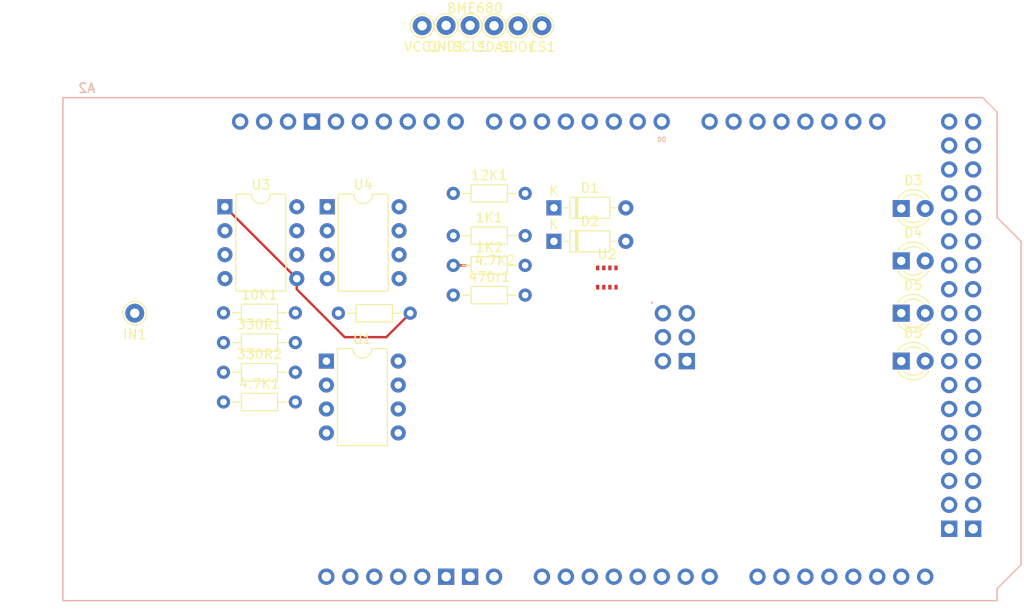
<source format=kicad_pcb>
(kicad_pcb (version 20221018) (generator pcbnew)
  (layers (0 "F.Cu" signal) (31 "B.Cu" signal) (34 "B.Paste" user) (35 "F.Paste" user) (36 "B.SilkS" user "B.Silkscreen") (37 "F.SilkS" user "F.Silkscreen") (38 "B.Mask" user) (39 "F.Mask" user) (44 "Edge.Cuts" user))
  (net 0 "")
  (net 1 "Net-(U1A--)")
  (net 2 "Net-(12K1-Pad2)")
  (net 3 "Net-(1K2-Pad2)")
  (net 4 "Net-(470r1-Pad2)")
  (net 5 "Net-(U1C-V+)")
  (net 9 "Net-(U4A--)")
  (net 76 "GND")
  (net 87 "Net-(D1-A)")
  (net 88 "Net-(D2-K)")
  (net 94 "Net-(D3-A)")
  (net 95 "Net-(D4-A)")
  (net 96 "Net-(D5-A)")
  (net 97 "Net-(U4B-+)")
  (net 98 "Net-(U3A--)")
  (net 99 "Net-(U3B-+)")
  (net 100 "Net-(DZ5-K)")
  (net 101 "Net-(U3B--)")
  (net 102 "Net-(DZ3-K)")
  (net 103 "Net-(DZ1-K)")
  (net 108 "VCC")
  (footprint "Resistor_THT:R_Axial_DIN0204_L3.6mm_D1.6mm_P7.62mm_Horizontal" (layer "F.Cu") (at 111.01095 78.7031)
    (fp_text reference "10K1" (at 3.81 -1.92) (layer "F.SilkS"))
    (fp_text value "R")
    (fp_line (start 0.94 0) (end 1.89 0) (stroke (width 0.12)) (layer "F.SilkS"))
    (fp_line (start 1.89 -0.92) (end 1.89 0.92) (stroke (width 0.12)) (layer "F.SilkS"))
    (fp_line (start 1.89 0.92) (end 5.73 0.92) (stroke (width 0.12)) (layer "F.SilkS"))
    (fp_line (start 5.73 -0.92) (end 1.89 -0.92) (stroke (width 0.12)) (layer "F.SilkS"))
    (fp_line (start 5.73 0.92) (end 5.73 -0.92) (stroke (width 0.12)) (layer "F.SilkS"))
    (fp_line (start 6.68 0) (end 5.73 0) (stroke (width 0.12)) (layer "F.SilkS"))
    (pad "1" thru_hole circle (at 0 0) (size 1.4 1.4) (drill 0.7) (layers "*.Cu" "*.Mask") (net 100 "Net-(DZ5-K)"))
    (pad "2" thru_hole oval (at 7.62 0) (size 1.4 1.4) (drill 0.7) (layers "*.Cu" "*.Mask") (net 76 "GND"))
  )
  (footprint "Package_DIP:DIP-8_W7.62mm" (layer "F.Cu") (at 122.01095 67.4531)
    (fp_text reference "U4" (at 3.81 -2.33) (layer "F.SilkS"))
    (fp_text value "TL082")
    (fp_line (start 1.16 -1.33) (end 1.16 8.95) (stroke (width 0.12)) (layer "F.SilkS"))
    (fp_line (start 1.16 8.95) (end 6.46 8.95) (stroke (width 0.12)) (layer "F.SilkS"))
    (fp_line (start 2.81 -1.33) (end 1.16 -1.33) (stroke (width 0.12)) (layer "F.SilkS"))
    (fp_line (start 6.46 -1.33) (end 4.81 -1.33) (stroke (width 0.12)) (layer "F.SilkS"))
    (fp_line (start 6.46 8.95) (end 6.46 -1.33) (stroke (width 0.12)) (layer "F.SilkS"))
    (fp_arc (start 4.81 -1.33) (mid 3.81 -0.33) (end 2.81 -1.33) (stroke (width 0.12)) (layer "F.SilkS"))
    (pad "1" thru_hole rect (at 0 0) (size 1.6 1.6) (drill 0.8) (layers "*.Cu" "*.Mask") (net 97 "Net-(U4B-+)"))
    (pad "2" thru_hole oval (at 0 2.54) (size 1.6 1.6) (drill 0.8) (layers "*.Cu" "*.Mask") (net 9 "Net-(U4A--)"))
    (pad "3" thru_hole oval (at 0 5.08) (size 1.6 1.6) (drill 0.8) (layers "*.Cu" "*.Mask") (net 100 "Net-(DZ5-K)"))
    (pad "4" thru_hole oval (at 0 7.62) (size 1.6 1.6) (drill 0.8) (layers "*.Cu" "*.Mask") (net 76 "GND"))
    (pad "5" thru_hole oval (at 7.62 7.62) (size 1.6 1.6) (drill 0.8) (layers "*.Cu" "*.Mask") (net 97 "Net-(U4B-+)"))
    (pad "6" thru_hole oval (at 7.62 5.08) (size 1.6 1.6) (drill 0.8) (layers "*.Cu" "*.Mask") (net 101 "Net-(U3B--)"))
    (pad "7" thru_hole oval (at 7.62 2.54) (size 1.6 1.6) (drill 0.8) (layers "*.Cu" "*.Mask") (net 101 "Net-(U3B--)"))
    (pad "8" thru_hole oval (at 7.62 0) (size 1.6 1.6) (drill 0.8) (layers "*.Cu" "*.Mask") (net 5 "Net-(U1C-V+)"))
  )
  (footprint "Resistor_THT:R_Axial_DIN0204_L3.6mm_D1.6mm_P7.62mm_Horizontal" (layer "F.Cu") (at 135.38 73.67)
    (fp_text reference "1K2" (at 3.81 -1.92) (layer "F.SilkS"))
    (fp_text value "R")
    (fp_line (start 0.94 0) (end 1.89 0) (stroke (width 0.12)) (layer "F.SilkS"))
    (fp_line (start 1.89 -0.92) (end 1.89 0.92) (stroke (width 0.12)) (layer "F.SilkS"))
    (fp_line (start 1.89 0.92) (end 5.73 0.92) (stroke (width 0.12)) (layer "F.SilkS"))
    (fp_line (start 5.73 -0.92) (end 1.89 -0.92) (stroke (width 0.12)) (layer "F.SilkS"))
    (fp_line (start 5.73 0.92) (end 5.73 -0.92) (stroke (width 0.12)) (layer "F.SilkS"))
    (fp_line (start 6.68 0) (end 5.73 0) (stroke (width 0.12)) (layer "F.SilkS"))
    (pad "1" thru_hole circle (at 0 0) (size 1.4 1.4) (drill 0.7) (layers "*.Cu" "*.Mask") (net 2 "Net-(12K1-Pad2)"))
    (pad "2" thru_hole oval (at 7.62 0) (size 1.4 1.4) (drill 0.7) (layers "*.Cu" "*.Mask") (net 3 "Net-(1K2-Pad2)"))
  )
  (footprint "Package_DIP:DIP-8_W7.62mm" (layer "F.Cu") (at 121.92 83.82)
    (fp_text reference "U1" (at 3.81 -2.33) (layer "F.SilkS"))
    (fp_text value "MCP6002-xMC")
    (fp_line (start 1.16 -1.33) (end 1.16 8.95) (stroke (width 0.12)) (layer "F.SilkS"))
    (fp_line (start 1.16 8.95) (end 6.46 8.95) (stroke (width 0.12)) (layer "F.SilkS"))
    (fp_line (start 2.81 -1.33) (end 1.16 -1.33) (stroke (width 0.12)) (layer "F.SilkS"))
    (fp_line (start 6.46 -1.33) (end 4.81 -1.33) (stroke (width 0.12)) (layer "F.SilkS"))
    (fp_line (start 6.46 8.95) (end 6.46 -1.33) (stroke (width 0.12)) (layer "F.SilkS"))
    (fp_arc (start 4.81 -1.33) (mid 3.81 -0.33) (end 2.81 -1.33) (stroke (width 0.12)) (layer "F.SilkS"))
    (pad "1" thru_hole rect (at 0 0) (size 1.6 1.6) (drill 0.8) (layers "*.Cu" "*.Mask") (net 4 "Net-(470r1-Pad2)"))
    (pad "2" thru_hole oval (at 0 2.54) (size 1.6 1.6) (drill 0.8) (layers "*.Cu" "*.Mask") (net 1 "Net-(U1A--)"))
    (pad "3" thru_hole oval (at 0 5.08) (size 1.6 1.6) (drill 0.8) (layers "*.Cu" "*.Mask") (net 102 "Net-(DZ3-K)"))
    (pad "4" thru_hole oval (at 0 7.62) (size 1.6 1.6) (drill 0.8) (layers "*.Cu" "*.Mask") (net 76 "GND"))
    (pad "5" thru_hole oval (at 7.62 7.62) (size 1.6 1.6) (drill 0.8) (layers "*.Cu" "*.Mask"))
    (pad "6" thru_hole oval (at 7.62 5.08) (size 1.6 1.6) (drill 0.8) (layers "*.Cu" "*.Mask"))
    (pad "7" thru_hole oval (at 7.62 2.54) (size 1.6 1.6) (drill 0.8) (layers "*.Cu" "*.Mask"))
    (pad "8" thru_hole oval (at 7.62 0) (size 1.6 1.6) (drill 0.8) (layers "*.Cu" "*.Mask") (net 5 "Net-(U1C-V+)"))
  )
  (footprint "Connector_Pin:Pin_D1.0mm_L10.0mm" (layer "F.Cu") (at 142.24 48.26)
    (fp_text reference "SDO1" (at 0 2.25) (layer "F.SilkS"))
    (fp_text value "MountingHole_Pad" hide)
    (fp_circle (center 0 0) (end 1.25 0.05) (stroke (width 0.12)) (fill none) (layer "F.SilkS"))
    (pad "1" thru_hole circle (at 0 0) (size 2 2) (drill 1) (layers "*.Cu" "*.Mask"))
  )
  (footprint "Connector_Pin:Pin_D1.0mm_L10.0mm" (layer "F.Cu") (at 144.78 48.26)
    (fp_text reference "CS1" (at 0 2.25) (layer "F.SilkS"))
    (fp_text value "MountingHole_Pad" hide)
    (fp_circle (center 0 0) (end 1.25 0.05) (stroke (width 0.12)) (fill none) (layer "F.SilkS"))
    (pad "1" thru_hole circle (at 0 0) (size 2 2) (drill 1) (layers "*.Cu" "*.Mask"))
  )
  (footprint "Connector_Pin:Pin_D1.0mm_L10.0mm" (layer "F.Cu") (at 134.62 48.23)
    (fp_text reference "GND1" (at 0 2.25) (layer "F.SilkS"))
    (fp_text value "MountingHole_Pad" hide)
    (fp_circle (center 0 0) (end 1.25 0.05) (stroke (width 0.12)) (fill none) (layer "F.SilkS"))
    (pad "1" thru_hole circle (at 0 0) (size 2 2) (drill 1) (layers "*.Cu" "*.Mask") (net 76 "GND"))
  )
  (footprint "LED_THT:LED_D3.0mm_Clear" (layer "F.Cu") (at 182.88 67.64)
    (fp_text reference "D3" (at 1.27 -2.96) (layer "F.SilkS"))
    (fp_text value "LED")
    (fp_line (start -0.29 -1.236) (end -0.29 -1.08) (stroke (width 0.12)) (layer "F.SilkS"))
    (fp_line (start -0.29 1.08) (end -0.29 1.236) (stroke (width 0.12)) (layer "F.SilkS"))
    (fp_arc (start -0.29 -1.235516) (mid 1.366487 -1.987659) (end 2.942335 -1.078608) (stroke (width 0.12)) (layer "F.SilkS"))
    (fp_arc (start 0.229039 -1.08) (mid 1.270117 -1.5) (end 2.31113 -1.079837) (stroke (width 0.12)) (layer "F.SilkS"))
    (fp_arc (start 2.31113 1.079837) (mid 1.270117 1.5) (end 0.229039 1.08) (stroke (width 0.12)) (layer "F.SilkS"))
    (fp_arc (start 2.942335 1.078608) (mid 1.366487 1.987659) (end -0.29 1.235516) (stroke (width 0.12)) (layer "F.SilkS"))
    (pad "1" thru_hole rect (at 0 0) (size 1.8 1.8) (drill 0.9) (layers "*.Cu" "*.Mask") (net 76 "GND"))
    (pad "2" thru_hole circle (at 2.54 0) (size 1.8 1.8) (drill 0.9) (layers "*.Cu" "*.Mask") (net 94 "Net-(D3-A)"))
  )
  (footprint "Diode_THT:D_DO-35_SOD27_P7.62mm_Horizontal" (layer "F.Cu") (at 146.05 71.12)
    (fp_text reference "D2" (at 3.81 -2.12) (layer "F.SilkS"))
    (fp_text value "D_Zener")
    (fp_text user "K" (at 0 -1.8) (layer "F.SilkS"))
    (fp_line (start 1.04 0) (end 1.69 0) (stroke (width 0.12)) (layer "F.SilkS"))
    (fp_line (start 1.69 -1.12) (end 1.69 1.12) (stroke (width 0.12)) (layer "F.SilkS"))
    (fp_line (start 1.69 1.12) (end 5.93 1.12) (stroke (width 0.12)) (layer "F.SilkS"))
    (fp_line (start 2.29 -1.12) (end 2.29 1.12) (stroke (width 0.12)) (layer "F.SilkS"))
    (fp_line (start 2.41 -1.12) (end 2.41 1.12) (stroke (width 0.12)) (layer "F.SilkS"))
    (fp_line (start 2.53 -1.12) (end 2.53 1.12) (stroke (width 0.12)) (layer "F.SilkS"))
    (fp_line (start 5.93 -1.12) (end 1.69 -1.12) (stroke (width 0.12)) (layer "F.SilkS"))
    (fp_line (start 5.93 1.12) (end 5.93 -1.12) (stroke (width 0.12)) (layer "F.SilkS"))
    (fp_line (start 6.58 0) (end 5.93 0) (stroke (width 0.12)) (layer "F.SilkS"))
    (pad "1" thru_hole rect (at 0 0) (size 1.6 1.6) (drill 0.8) (layers "*.Cu" "*.Mask") (net 88 "Net-(D2-K)"))
    (pad "2" thru_hole oval (at 7.62 0) (size 1.6 1.6) (drill 0.8) (layers "*.Cu" "*.Mask") (net 87 "Net-(D1-A)"))
  )
  (footprint "Resistor_THT:R_Axial_DIN0204_L3.6mm_D1.6mm_P7.62mm_Horizontal" (layer "F.Cu") (at 135.38 70.52)
    (fp_text reference "1K1" (at 3.81 -1.92) (layer "F.SilkS"))
    (fp_text value "R")
    (fp_line (start 0.94 0) (end 1.89 0) (stroke (width 0.12)) (layer "F.SilkS"))
    (fp_line (start 1.89 -0.92) (end 1.89 0.92) (stroke (width 0.12)) (layer "F.SilkS"))
    (fp_line (start 1.89 0.92) (end 5.73 0.92) (stroke (width 0.12)) (layer "F.SilkS"))
    (fp_line (start 5.73 -0.92) (end 1.89 -0.92) (stroke (width 0.12)) (layer "F.SilkS"))
    (fp_line (start 5.73 0.92) (end 5.73 -0.92) (stroke (width 0.12)) (layer "F.SilkS"))
    (fp_line (start 6.68 0) (end 5.73 0) (stroke (width 0.12)) (layer "F.SilkS"))
    (pad "1" thru_hole circle (at 0 0) (size 1.4 1.4) (drill 0.7) (layers "*.Cu" "*.Mask") (net 1 "Net-(U1A--)"))
    (pad "2" thru_hole oval (at 7.62 0) (size 1.4 1.4) (drill 0.7) (layers "*.Cu" "*.Mask") (net 76 "GND"))
  )
  (footprint "Resistor_THT:R_Axial_DIN0204_L3.6mm_D1.6mm_P7.62mm_Horizontal" (layer "F.Cu") (at 111.01095 85.0031)
    (fp_text reference "330R2" (at 3.81 -1.92) (layer "F.SilkS"))
    (fp_text value "R")
    (fp_line (start 0.94 0) (end 1.89 0) (stroke (width 0.12)) (layer "F.SilkS"))
    (fp_line (start 1.89 -0.92) (end 1.89 0.92) (stroke (width 0.12)) (layer "F.SilkS"))
    (fp_line (start 1.89 0.92) (end 5.73 0.92) (stroke (width 0.12)) (layer "F.SilkS"))
    (fp_line (start 5.73 -0.92) (end 1.89 -0.92) (stroke (width 0.12)) (layer "F.SilkS"))
    (fp_line (start 5.73 0.92) (end 5.73 -0.92) (stroke (width 0.12)) (layer "F.SilkS"))
    (fp_line (start 6.68 0) (end 5.73 0) (stroke (width 0.12)) (layer "F.SilkS"))
    (pad "1" thru_hole circle (at 0 0) (size 1.4 1.4) (drill 0.7) (layers "*.Cu" "*.Mask") (net 98 "Net-(U3A--)"))
    (pad "2" thru_hole oval (at 7.62 0) (size 1.4 1.4) (drill 0.7) (layers "*.Cu" "*.Mask") (net 76 "GND"))
  )
  (footprint "LED_THT:LED_D3.0mm_Clear" (layer "F.Cu") (at 182.88 83.82)
    (fp_text reference "D5" (at 1.27 -2.96) (layer "F.SilkS"))
    (fp_text value "LED")
    (fp_line (start -0.29 -1.236) (end -0.29 -1.08) (stroke (width 0.12)) (layer "F.SilkS"))
    (fp_line (start -0.29 1.08) (end -0.29 1.236) (stroke (width 0.12)) (layer "F.SilkS"))
    (fp_arc (start -0.29 -1.235516) (mid 1.366487 -1.987659) (end 2.942335 -1.078608) (stroke (width 0.12)) (layer "F.SilkS"))
    (fp_arc (start 0.229039 -1.08) (mid 1.270117 -1.5) (end 2.31113 -1.079837) (stroke (width 0.12)) (layer "F.SilkS"))
    (fp_arc (start 2.31113 1.079837) (mid 1.270117 1.5) (end 0.229039 1.08) (stroke (width 0.12)) (layer "F.SilkS"))
    (fp_arc (start 2.942335 1.078608) (mid 1.366487 1.987659) (end -0.29 1.235516) (stroke (width 0.12)) (layer "F.SilkS"))
    (pad "1" thru_hole rect (at 0 0) (size 1.8 1.8) (drill 0.9) (layers "*.Cu" "*.Mask") (net 76 "GND"))
    (pad "2" thru_hole circle (at 2.54 0) (size 1.8 1.8) (drill 0.9) (layers "*.Cu" "*.Mask") (net 96 "Net-(D5-A)"))
  )
  (footprint "Diode_THT:D_DO-35_SOD27_P7.62mm_Horizontal" (layer "F.Cu") (at 146.05 67.57)
    (fp_text reference "D1" (at 3.81 -2.12) (layer "F.SilkS"))
    (fp_text value "D_Zener")
    (fp_text user "K" (at 0 -1.8) (layer "F.SilkS"))
    (fp_line (start 1.04 0) (end 1.69 0) (stroke (width 0.12)) (layer "F.SilkS"))
    (fp_line (start 1.69 -1.12) (end 1.69 1.12) (stroke (width 0.12)) (layer "F.SilkS"))
    (fp_line (start 1.69 1.12) (end 5.93 1.12) (stroke (width 0.12)) (layer "F.SilkS"))
    (fp_line (start 2.29 -1.12) (end 2.29 1.12) (stroke (width 0.12)) (layer "F.SilkS"))
    (fp_line (start 2.41 -1.12) (end 2.41 1.12) (stroke (width 0.12)) (layer "F.SilkS"))
    (fp_line (start 2.53 -1.12) (end 2.53 1.12) (stroke (width 0.12)) (layer "F.SilkS"))
    (fp_line (start 5.93 -1.12) (end 1.69 -1.12) (stroke (width 0.12)) (layer "F.SilkS"))
    (fp_line (start 5.93 1.12) (end 5.93 -1.12) (stroke (width 0.12)) (layer "F.SilkS"))
    (fp_line (start 6.58 0) (end 5.93 0) (stroke (width 0.12)) (layer "F.SilkS"))
    (pad "1" thru_hole rect (at 0 0) (size 1.6 1.6) (drill 0.8) (layers "*.Cu" "*.Mask") (net 76 "GND"))
    (pad "2" thru_hole oval (at 7.62 0) (size 1.6 1.6) (drill 0.8) (layers "*.Cu" "*.Mask") (net 87 "Net-(D1-A)"))
  )
  (footprint "Package_LGA:Bosch_LGA-8_2.5x2.5mm_P0.65mm_ClockwisePinNumbering" (layer "F.Cu") (at 151.66 74.96)
    (fp_text reference "U2" (at 0.015 -2.465) (layer "F.SilkS"))
    (fp_text value "BME280")
    (fp_line (start -1.35 -1.2) (end -1.35 -1.45) (stroke (width 0.1)) (layer "F.SilkS"))
    (fp_line (start -1.35 1.35) (end -1.35 1.2) (stroke (width 0.1)) (layer "F.SilkS"))
    (fp_line (start -1.35 1.36) (end -1.2 1.36) (stroke (width 0.1)) (layer "F.SilkS"))
    (fp_line (start 1.2 -1.35) (end 1.35 -1.35) (stroke (width 0.1)) (layer "F.SilkS"))
    (fp_line (start 1.35 -1.35) (end 1.35 -1.2) (stroke (width 0.1)) (layer "F.SilkS"))
    (fp_line (start 1.35 1.35) (end 1.2 1.35) (stroke (width 0.1)) (layer "F.SilkS"))
    (fp_line (start 1.35 1.35) (end 1.35 1.2) (stroke (width 0.1)) (layer "F.SilkS"))
    (pad "1" smd rect (at -0.975 -1.025 90) (size 0.5 0.35) (layers "F.Cu" "F.Paste" "F.Mask") (net 76 "GND"))
    (pad "2" smd rect (at -0.325 -1.025 90) (size 0.5 0.35) (layers "F.Cu" "F.Paste" "F.Mask"))
    (pad "3" smd rect (at 0.325 -1.025 90) (size 0.5 0.35) (layers "F.Cu" "F.Paste" "F.Mask"))
    (pad "4" smd rect (at 0.975 -1.025 90) (size 0.5 0.35) (layers "F.Cu" "F.Paste" "F.Mask"))
    (pad "5" smd rect (at 0.975 1.025 90) (size 0.5 0.35) (layers "F.Cu" "F.Paste" "F.Mask"))
    (pad "6" smd rect (at 0.325 1.025 90) (size 0.5 0.35) (layers "F.Cu" "F.Paste" "F.Mask"))
    (pad "7" smd rect (at -0.325 1.025 90) (size 0.5 0.35) (layers "F.Cu" "F.Paste" "F.Mask") (net 76 "GND"))
    (pad "8" smd rect (at -0.975 1.025 90) (size 0.5 0.35) (layers "F.Cu" "F.Paste" "F.Mask") (net 5 "Net-(U1C-V+)"))
  )
  (footprint "LED_THT:LED_D3.0mm_Clear" (layer "F.Cu") (at 182.88 78.74)
    (fp_text reference "D5" (at 1.27 -2.96) (layer "F.SilkS"))
    (fp_text value "LED")
    (fp_line (start -0.29 -1.236) (end -0.29 -1.08) (stroke (width 0.12)) (layer "F.SilkS"))
    (fp_line (start -0.29 1.08) (end -0.29 1.236) (stroke (width 0.12)) (layer "F.SilkS"))
    (fp_arc (start -0.29 -1.235516) (mid 1.366487 -1.987659) (end 2.942335 -1.078608) (stroke (width 0.12)) (layer "F.SilkS"))
    (fp_arc (start 0.229039 -1.08) (mid 1.270117 -1.5) (end 2.31113 -1.079837) (stroke (width 0.12)) (layer "F.SilkS"))
    (fp_arc (start 2.31113 1.079837) (mid 1.270117 1.5) (end 0.229039 1.08) (stroke (width 0.12)) (layer "F.SilkS"))
    (fp_arc (start 2.942335 1.078608) (mid 1.366487 1.987659) (end -0.29 1.235516) (stroke (width 0.12)) (layer "F.SilkS"))
    (pad "1" thru_hole rect (at 0 0) (size 1.8 1.8) (drill 0.9) (layers "*.Cu" "*.Mask") (net 76 "GND"))
    (pad "2" thru_hole circle (at 2.54 0) (size 1.8 1.8) (drill 0.9) (layers "*.Cu" "*.Mask") (net 96 "Net-(D5-A)"))
  )
  (footprint "Resistor_THT:R_Axial_DIN0204_L3.6mm_D1.6mm_P7.62mm_Horizontal" (layer "F.Cu") (at 123.19 78.74)
    (fp_text reference "4.7K2" (at 16.60095 -5.5869) (layer "F.SilkS"))
    (fp_text value "R")
    (fp_line (start 0.94 0) (end 1.89 0) (stroke (width 0.12)) (layer "F.SilkS"))
    (fp_line (start 1.89 -0.92) (end 1.89 0.92) (stroke (width 0.12)) (layer "F.SilkS"))
    (fp_line (start 1.89 0.92) (end 5.73 0.92) (stroke (width 0.12)) (layer "F.SilkS"))
    (fp_line (start 5.73 -0.92) (end 1.89 -0.92) (stroke (width 0.12)) (layer "F.SilkS"))
    (fp_line (start 5.73 0.92) (end 5.73 -0.92) (stroke (width 0.12)) (layer "F.SilkS"))
    (fp_line (start 6.68 0) (end 5.73 0) (stroke (width 0.12)) (layer "F.SilkS"))
    (pad "1" thru_hole circle (at 0 0) (size 1.4 1.4) (drill 0.7) (layers "*.Cu" "*.Mask") (net 98 "Net-(U3A--)"))
    (pad "2" thru_hole oval (at 7.62 0) (size 1.4 1.4) (drill 0.7) (layers "*.Cu" "*.Mask") (net 99 "Net-(U3B-+)"))
  )
  (footprint "Resistor_THT:R_Axial_DIN0204_L3.6mm_D1.6mm_P7.62mm_Horizontal" (layer "F.Cu") (at 111.01095 88.1531)
    (fp_text reference "4.7K1" (at 3.81 -1.92) (layer "F.SilkS"))
    (fp_text value "R")
    (fp_line (start 0.94 0) (end 1.89 0) (stroke (width 0.12)) (layer "F.SilkS"))
    (fp_line (start 1.89 -0.92) (end 1.89 0.92) (stroke (width 0.12)) (layer "F.SilkS"))
    (fp_line (start 1.89 0.92) (end 5.73 0.92) (stroke (width 0.12)) (layer "F.SilkS"))
    (fp_line (start 5.73 -0.92) (end 1.89 -0.92) (stroke (width 0.12)) (layer "F.SilkS"))
    (fp_line (start 5.73 0.92) (end 5.73 -0.92) (stroke (width 0.12)) (layer "F.SilkS"))
    (fp_line (start 6.68 0) (end 5.73 0) (stroke (width 0.12)) (layer "F.SilkS"))
    (pad "1" thru_hole circle (at 0 0) (size 1.4 1.4) (drill 0.7) (layers "*.Cu" "*.Mask") (net 9 "Net-(U4A--)"))
    (pad "2" thru_hole oval (at 7.62 0) (size 1.4 1.4) (drill 0.7) (layers "*.Cu" "*.Mask") (net 97 "Net-(U4B-+)"))
  )
  (footprint "Connector_Pin:Pin_D1.0mm_L10.0mm" (layer "F.Cu") (at 101.6 78.74)
    (fp_text reference "IN1" (at 0 2.25) (layer "F.SilkS"))
    (fp_text value "MountingHole_Pad")
    (fp_circle (center 0 0) (end 1.25 0.05) (stroke (width 0.12)) (fill none) (layer "F.SilkS"))
    (pad "1" thru_hole circle (at 0 0) (size 2 2) (drill 1) (layers "*.Cu" "*.Mask") (net 100 "Net-(DZ5-K)"))
  )
  (footprint "PCM_arduino-library:Arduino_Mega2560_R3_Shield" (layer "F.Cu") (at 93.98 109.22)
    (fp_text reference "A2" (at 2.54 -54.356) (layer "B.SilkS") (effects (justify mirror)))
    (fp_text value "Arduino_Mega2560_R3_Shield")
    (fp_text user "." (at 62.484 -32.004) (layer "B.SilkS"))
    (fp_text user "D0" (at 63.5 -48.895 unlocked) (layer "B.SilkS") (effects (font (size 0.5 0.5) (thickness 0.075)) (justify mirror)))
    (fp_text user "." (at 62.484 -32.004) (layer "F.SilkS"))
    (fp_text user "D0" (at 63.5 -48.895 unlocked) (layer "F.SilkS") (effects (font (size 0.5 0.5) (thickness 0.075))))
    (fp_line (start 0 -53.34) (end 0 0) (stroke (width 0.15)) (layer "B.SilkS"))
    (fp_line (start 0 -53.34) (end 97.536 -53.34) (stroke (width 0.15)) (layer "B.SilkS"))
    (fp_line (start 0 0) (end 99.06 0) (stroke (width 0.15)) (layer "B.SilkS"))
    (fp_line (start 97.536 -53.34) (end 99.06 -51.816) (stroke (width 0.15)) (layer "B.SilkS"))
    (fp_line (start 99.06 -40.64) (end 99.06 -51.816) (stroke (width 0.15)) (layer "B.SilkS"))
    (fp_line (start 99.06 -1.27) (end 101.6 -3.81) (stroke (width 0.15)) (layer "B.SilkS"))
    (fp_line (start 99.06 0) (end 99.06 -1.27) (stroke (width 0.15)) (layer "B.SilkS"))
    (fp_line (start 101.6 -38.1) (end 99.06 -40.64) (stroke (width 0.15)) (layer "B.SilkS"))
    (fp_line (start 101.6 -3.81) (end 101.6 -38.1) (stroke (width 0.15)) (layer "B.SilkS"))
    (pad "" np_thru_hole circle (at 13.97 -2.54) (size 3.2 3.2) (drill 3.2) (layers "*.Cu" "*.Mask"))
    (pad "" np_thru_hole circle (at 15.24 -50.8) (size 3.2 3.2) (drill 3.2) (layers "*.Cu" "*.Mask"))
    (pad "" thru_hole oval (at 27.94 -2.54) (size 1.7272 1.7272) (drill 1.016) (layers "*.Cu" "*.Mask"))
    (pad "" np_thru_hole circle (at 66.04 -35.56) (size 3.2 3.2) (drill 3.2) (layers "*.Cu" "*.Mask"))
    (pad "" np_thru_hole circle (at 66.04 -7.62) (size 3.2 3.2) (drill 3.2) (layers "*.Cu" "*.Mask"))
    (pad "" np_thru_hole circle (at 90.17 -50.8) (size 3.2 3.2) (drill 3.2) (layers "*.Cu" "*.Mask"))
    (pad "" np_thru_hole circle (at 96.52 -2.54) (size 3.2 3.2) (drill 3.2) (layers "*.Cu" "*.Mask"))
    (pad "3V3" thru_hole oval (at 35.56 -2.54) (size 1.7272 1.7272) (drill 1.016) (layers "*.Cu" "*.Mask") (net 108 "VCC"))
    (pad "5V1" thru_hole oval (at 38.1 -2.54) (size 1.7272 1.7272) (drill 1.016) (layers "*.Cu" "*.Mask") (net 5 "Net-(U1C-V+)"))
    (pad "5V2" thru_hole oval (at 66.167 -30.48) (size 1.7272 1.7272) (drill 1.016) (layers "*.Cu" "*.Mask"))
    (pad "5V3" thru_hole oval (at 93.98 -50.8) (size 1.7272 1.7272) (drill 1.016) (layers "*.Cu" "*.Mask"))
    (pad "5V4" thru_hole oval (at 96.52 -50.8) (size 1.7272 1.7272) (drill 1.016) (layers "*.Cu" "*.Mask"))
    (pad "A0" thru_hole oval (at 50.8 -2.54) (size 1.7272 1.7272) (drill 1.016) (layers "*.Cu" "*.Mask") (net 101 "Net-(U3B--)"))
    (pad "A1" thru_hole oval (at 53.34 -2.54) (size 1.7272 1.7272) (drill 1.016) (layers "*.Cu" "*.Mask") (net 4 "Net-(470r1-Pad2)"))
    (pad "A2" thru_hole oval (at 55.88 -2.54) (size 1.7272 1.7272) (drill 1.016) (layers "*.Cu" "*.Mask"))
    (pad "A3" thru_hole oval (at 58.42 -2.54) (size 1.7272 1.7272) (drill 1.016) (layers "*.Cu" "*.Mask"))
    (pad "A4" thru_hole oval (at 60.96 -2.54) (size 1.7272 1.7272) (drill 1.016) (layers "*.Cu" "*.Mask"))
    (pad "A5" thru_hole oval (at 63.5 -2.54) (size 1.7272 1.7272) (drill 1.016) (layers "*.Cu" "*.Mask"))
    (pad "A6" thru_hole oval (at 66.04 -2.54) (size 1.7272 1.7272) (drill 1.016) (layers "*.Cu" "*.Mask"))
    (pad "A7" thru_hole oval (at 68.58 -2.54) (size 1.7272 1.7272) (drill 1.016) (layers "*.Cu" "*.Mask"))
    (pad "A8" thru_hole oval (at 73.66 -2.54) (size 1.7272 1.7272) (drill 1.016) (layers "*.Cu" "*.Mask"))
    (pad "A9" thru_hole oval (at 76.2 -2.54) (size 1.7272 1.7272) (drill 1.016) (layers "*.Cu" "*.Mask"))
    (pad "A10" thru_hole oval (at 78.74 -2.54) (size 1.7272 1.7272) (drill 1.016) (layers "*.Cu" "*.Mask"))
    (pad "A11" thru_hole oval (at 81.28 -2.54) (size 1.7272 1.7272) (drill 1.016) (layers "*.Cu" "*.Mask"))
    (pad "A12" thru_hole oval (at 83.82 -2.54) (size 1.7272 1.7272) (drill 1.016) (layers "*.Cu" "*.Mask"))
    (pad "A13" thru_hole oval (at 86.36 -2.54) (size 1.7272 1.7272) (drill 1.016) (layers "*.Cu" "*.Mask"))
    (pad "A14" thru_hole oval (at 88.9 -2.54) (size 1.7272 1.7272) (drill 1.016) (layers "*.Cu" "*.Mask"))
    (pad "A15" thru_hole oval (at 91.44 -2.54) (size 1.7272 1.7272) (drill 1.016) (layers "*.Cu" "*.Mask"))
    (pad "AREF" thru_hole oval (at 23.876 -50.8) (size 1.7272 1.7272) (drill 1.016) (layers "*.Cu" "*.Mask"))
    (pad "D0" thru_hole oval (at 63.5 -50.8) (size 1.7272 1.7272) (drill 1.016) (layers "*.Cu" "*.Mask"))
    (pad "D1" thru_hole oval (at 60.96 -50.8) (size 1.7272 1.7272) (drill 1.016) (layers "*.Cu" "*.Mask"))
    (pad "D2" thru_hole oval (at 58.42 -50.8) (size 1.7272 1.7272) (drill 1.016) (layers "*.Cu" "*.Mask"))
    (pad "D3" thru_hole oval (at 55.88 -50.8) (size 1.7272 1.7272) (drill 1.016) (layers "*.Cu" "*.Mask"))
    (pad "D4" thru_hole oval (at 53.34 -50.8) (size 1.7272 1.7272) (drill 1.016) (layers "*.Cu" "*.Mask"))
    (pad "D5" thru_hole oval (at 50.8 -50.8) (size 1.7272 1.7272) (drill 1.016) (layers "*.Cu" "*.Mask"))
    (pad "D6" thru_hole oval (at 48.26 -50.8) (size 1.7272 1.7272) (drill 1.016) (layers "*.Cu" "*.Mask"))
    (pad "D7" thru_hole oval (at 45.72 -50.8) (size 1.7272 1.7272) (drill 1.016) (layers "*.Cu" "*.Mask"))
    (pad "D8" thru_hole oval (at 41.656 -50.8) (size 1.7272 1.7272) (drill 1.016) (layers "*.Cu" "*.Mask"))
    (pad "D9" thru_hole oval (at 39.116 -50.8) (size 1.7272 1.7272) (drill 1.016) (layers "*.Cu" "*.Mask"))
    (pad "D10" thru_hole oval (at 36.576 -50.8) (size 1.7272 1.7272) (drill 1.016) (layers "*.Cu" "*.Mask") (net 94 "Net-(D3-A)"))
    (pad "D11" thru_hole oval (at 34.036 -50.8) (size 1.7272 1.7272) (drill 1.016) (layers "*.Cu" "*.Mask") (net 95 "Net-(D4-A)"))
    (pad "D12" thru_hole oval (at 31.496 -50.8) (size 1.7272 1.7272) (drill 1.016) (layers "*.Cu" "*.Mask") (net 96 "Net-(D5-A)"))
    (pad "D13" thru_hole oval (at 28.956 -50.8) (size 1.7272 1.7272) (drill 1.016) (layers "*.Cu" "*.Mask"))
    (pad "D14" thru_hole oval (at 68.58 -50.8) (size 1.7272 1.7272) (drill 1.016) (layers "*.Cu" "*.Mask"))
    (pad "D15" thru_hole oval (at 71.12 -50.8) (size 1.7272 1.7272) (drill 1.016) (layers "*.Cu" "*.Mask"))
    (pad "D16" thru_hole oval (at 73.66 -50.8) (size 1.7272 1.7272) (drill 1.016) (layers "*.Cu" "*.Mask"))
    (pad "D17" thru_hole oval (at 76.2 -50.8) (size 1.7272 1.7272) (drill 1.016) (layers "*.Cu" "*.Mask"))
    (pad "D18" thru_hole oval (at 78.74 -50.8) (size 1.7272 1.7272) (drill 1.016) (layers "*.Cu" "*.Mask"))
    (pad "D19" thru_hole oval (at 81.28 -50.8) (size 1.7272 1.7272) (drill 1.016) (layers "*.Cu" "*.Mask"))
    (pad "D20" thru_hole oval (at 83.82 -50.8) (size 1.7272 1.7272) (drill 1.016) (layers "*.Cu" "*.Mask"))
    (pad "D21" thru_hole oval (at 86.36 -50.8) (size 1.7272 1.7272) (drill 1.016) (layers "*.Cu" "*.Mask"))
    (pad "D22" thru_hole oval (at 93.98 -48.26) (size 1.7272 1.7272) (drill 1.016) (layers "*.Cu" "*.Mask"))
    (pad "D23" thru_hole oval (at 96.52 -48.26) (size 1.7272 1.7272) (drill 1.016) (layers "*.Cu" "*.Mask"))
    (pad "D24" thru_hole oval (at 93.98 -45.72) (size 1.7272 1.7272) (drill 1.016) (layers "*.Cu" "*.Mask"))
    (pad "D25" thru_hole oval (at 96.52 -45.72) (size 1.7272 1.7272) (drill 1.016) (layers "*.Cu" "*.Mask"))
    (pad "D26" thru_hole oval (at 93.98 -43.18) (size 1.7272 1.7272) (drill 1.016) (layers "*.Cu" "*.Mask"))
    (pad "D27" thru_hole oval (at 96.52 -43.18) (size 1.7272 1.7272) (drill 1.016) (layers "*.Cu" "*.Mask"))
    (pad "D28" thru_hole oval (at 93.98 -40.64) (size 1.7272 1.7272) (drill 1.016) (layers "*.Cu" "*.Mask"))
    (pad "D29" thru_hole oval (at 96.52 -40.64) (size 1.7272 1.7272) (drill 1.016) (layers "*.Cu" "*.Mask"))
    (pad "D30" thru_hole oval (at 93.98 -38.1) (size 1.7272 1.7272) (drill 1.016) (layers "*.Cu" "*.Mask"))
    (pad "D31" thru_hole oval (at 96.52 -38.1) (size 1.7272 1.7272) (drill 1.016) (layers "*.Cu" "*.Mask"))
    (pad "D32" thru_hole oval (at 93.98 -35.56) (size 1.7272 1.7272) (drill 1.016) (layers "*.Cu" "*.Mask"))
    (pad "D33" thru_hole oval (at 96.52 -35.56) (size 1.7272 1.7272) (drill 1.016) (layers "*.Cu" "*.Mask"))
    (pad "D34" thru_hole oval (at 93.98 -33.02) (size 1.7272 1.7272) (drill 1.016) (layers "*.Cu" "*.Mask"))
    (pad "D35" thru_hole oval (at 96.52 -33.02) (size 1.7272 1.7272) (drill 1.016) (layers "*.Cu" "*.Mask"))
    (pad "D36" thru_hole oval (at 93.98 -30.48) (size 1.7272 1.7272) (drill 1.016) (layers "*.Cu" "*.Mask"))
    (pad "D37" thru_hole oval (at 96.52 -30.48) (size 1.7272 1.7272) (drill 1.016) (layers "*.Cu" "*.Mask"))
    (pad "D38" thru_hole oval (at 93.98 -27.94) (size 1.7272 1.7272) (drill 1.016) (layers "*.Cu" "*.Mask"))
    (pad "D39" thru_hole oval (at 96.52 -27.94) (size 1.7272 1.7272) (drill 1.016) (layers "*.Cu" "*.Mask"))
    (pad "D40" thru_hole oval (at 93.98 -25.4) (size 1.7272 1.7272) (drill 1.016) (layers "*.Cu" "*.Mask"))
    (pad "D41" thru_hole oval (at 96.52 -25.4) (size 1.7272 1.7272) (drill 1.016) (layers "*.Cu" "*.Mask"))
    (pad "D42" thru_hole oval (at 93.98 -22.86) (size 1.7272 1.7272) (drill 1.016) (layers "*.Cu" "*.Mask"))
    (pad "D43" thru_hole oval (at 96.52 -22.86) (size 1.7272 1.7272) (drill 1.016) (layers "*.Cu" "*.Mask"))
    (pad "D44" thru_hole oval (at 93.98 -20.32) (size 1.7272 1.7272) (drill 1.016) (layers "*.Cu" "*.Mask"))
    (pad "D45" thru_hole oval (at 96.52 -20.32) (size 1.7272 1.7272) (drill 1.016) (layers "*.Cu" "*.Mask"))
    (pad "D46" thru_hole oval (at 93.98 -17.78) (size 1.7272 1.7272) (drill 1.016) (layers "*.Cu" "*.Mask"))
    (pad "D47" thru_hole oval (at 96.52 -17.78) (size 1.7272 1.7272) (drill 1.016) (layers "*.Cu" "*.Mask"))
    (pad "D48" thru_hole oval (at 93.98 -15.24) (size 1.7272 1.7272) (drill 1.016) (layers "*.Cu" "*.Mask"))
    (pad "D49" thru_hole oval (at 96.52 -15.24) (size 1.7272 1.7272) (drill 1.016) (layers "*.Cu" "*.Mask"))
    (pad "D50" thru_hole oval (at 93.98 -12.7) (size 1.7272 1.7272) (drill 1.016) (layers "*.Cu" "*.Mask"))
    (pad "D51" thru_hole oval (at 96.52 -12.7) (size 1.7272 1.7272) (drill 1.016) (layers "*.Cu" "*.Mask"))
    (pad "D52" thru_hole oval (at 93.98 -10.16) (size 1.7272 1.7272) (drill 1.016) (layers "*.Cu" "*.Mask"))
    (pad "D53" thru_hole oval (at 96.52 -10.16) (size 1.7272 1.7272) (drill 1.016) (layers "*.Cu" "*.Mask"))
    (pad "GND1" thru_hole rect (at 26.416 -50.8) (size 1.7272 1.7272) (drill 1.016) (layers "*.Cu" "*.Mask") (net 76 "GND"))
    (pad "GND2" thru_hole rect (at 40.64 -2.54) (size 1.7272 1.7272) (drill 1.016) (layers "*.Cu" "*.Mask") (net 76 "GND"))
    (pad "GND3" thru_hole rect (at 43.18 -2.54) (size 1.7272 1.7272) (drill 1.016) (layers "*.Cu" "*.Mask") (net 76 "GND"))
    (pad "GND4" thru_hole rect (at 66.167 -25.4) (size 1.7272 1.7272) (drill 1.016) (layers "*.Cu" "*.Mask"))
    (pad "GND5" thru_hole rect (at 93.98 -7.62) (size 1.7272 1.7272) (drill 1.016) (layers "*.Cu" "*.Mask") (net 76 "GND"))
    (pad "GND6" thru_hole rect (at 96.52 -7.62) (size 1.7272 1.7272) (drill 1.016) (layers "*.Cu" "*.Mask") (net 76 "GND"))
    (pad "IORF" thru_hole oval (at 30.48 -2.54) (size 1.7272 1.7272) (drill 1.016) (layers "*.Cu" "*.Mask"))
    (pad "MISO" thru_hole oval (at 63.627 -30.48) (size 1.7272 1.7272) (drill 1.016) (layers "*.Cu" "*.Mask"))
    (pad "MOSI" thru_hole oval (at 66.167 -27.94) (size 1.7272 1.7272) (drill 1.016) (layers "*.Cu" "*.Mask"))
    (pad "RST1" thru_hole oval (at 33.02 -2.54) (size 1.7272 1.7272) (drill 1.016) (layers "*.Cu" "*.Mask"))
    (pad "RST2" thru_hole oval (at 63.627 -25.4) (size 1.7272 1.7272) (drill 1.016) (layers "*.Cu" "*.Mask"))
    (pad "SCK" thru_hole oval (at 63.627 -27.94) (size 1.7272 1.7272) (drill 1.016) (layers "*.Cu" "*.Mask"))
    (pad "SCL" thru_hole oval (at 18.796 -50.8) (size 1.7272 1.7272) (drill 1.016) (layers "*.Cu" "*.Mask"))
    (pad "SDA" thru_hole oval (at 21.336 -50.8) (size 1.7272 1.7272) (drill 1.016) (layers "*.Cu" "*.Mask"))
    (pad "VIN" thru_hole oval (at 45.72 -2.54) (size 1.7272 1.7272) (drill 1.016) (layers "*.Cu" "*.Mask"))
  )
  (footprint "Resistor_THT:R_Axial_DIN0204_L3.6mm_D1.6mm_P7.62mm_Horizontal" (layer "F.Cu") (at 111.01095 81.8531)
    (fp_text reference "330R1" (at 3.81 -1.92) (layer "F.SilkS"))
    (fp_text value "R")
    (fp_line (start 0.94 0) (end 1.89 0) (stroke (width 0.12)) (layer "F.SilkS"))
    (fp_line (start 1.89 -0.92) (end 1.89 0.92) (stroke (width 0.12)) (layer "F.SilkS"))
    (fp_line (start 1.89 0.92) (end 5.73 0.92) (stroke (width 0.12)) (layer "F.SilkS"))
    (fp_line (start 5.73 -0.92) (end 1.89 -0.92) (stroke (width 0.12)) (layer "F.SilkS"))
    (fp_line (start 5.73 0.92) (end 5.73 -0.92) (stroke (width 0.12)) (layer "F.SilkS"))
    (fp_line (start 6.68 0) (end 5.73 0) (stroke (width 0.12)) (layer "F.SilkS"))
    (pad "1" thru_hole circle (at 0 0) (size 1.4 1.4) (drill 0.7) (layers "*.Cu" "*.Mask") (net 9 "Net-(U4A--)"))
    (pad "2" thru_hole oval (at 7.62 0) (size 1.4 1.4) (drill 0.7) (layers "*.Cu" "*.Mask") (net 76 "GND"))
  )
  (footprint "Resistor_THT:R_Axial_DIN0204_L3.6mm_D1.6mm_P7.62mm_Horizontal" (layer "F.Cu") (at 135.38 66.04)
    (fp_text reference "12K1" (at 3.81 -1.92) (layer "F.SilkS"))
    (fp_text value "R")
    (fp_line (start 0.94 0) (end 1.89 0) (stroke (width 0.12)) (layer "F.SilkS"))
    (fp_line (start 1.89 -0.92) (end 1.89 0.92) (stroke (width 0.12)) (layer "F.SilkS"))
    (fp_line (start 1.89 0.92) (end 5.73 0.92) (stroke (width 0.12)) (layer "F.SilkS"))
    (fp_line (start 5.73 -0.92) (end 1.89 -0.92) (stroke (width 0.12)) (layer "F.SilkS"))
    (fp_line (start 5.73 0.92) (end 5.73 -0.92) (stroke (width 0.12)) (layer "F.SilkS"))
    (fp_line (start 6.68 0) (end 5.73 0) (stroke (width 0.12)) (layer "F.SilkS"))
    (pad "1" thru_hole circle (at 0 0) (size 1.4 1.4) (drill 0.7) (layers "*.Cu" "*.Mask") (net 1 "Net-(U1A--)"))
    (pad "2" thru_hole oval (at 7.62 0) (size 1.4 1.4) (drill 0.7) (layers "*.Cu" "*.Mask") (net 2 "Net-(12K1-Pad2)"))
  )
  (footprint "Connector_Pin:Pin_D1.0mm_L10.0mm" (layer "F.Cu") (at 132.08 48.26)
    (fp_text reference "VCC1" (at 0 2.25) (layer "F.SilkS"))
    (fp_text value "MountingHole_Pad" hide)
    (fp_circle (center 0 0) (end 1.25 0.05) (stroke (width 0.12)) (fill none) (layer "F.SilkS"))
    (pad "1" thru_hole circle (at 0 0) (size 2 2) (drill 1) (layers "*.Cu" "*.Mask") (net 108 "VCC"))
  )
  (footprint "Connector_Pin:Pin_D1.0mm_L10.0mm" (layer "F.Cu") (at 139.7 48.26)
    (fp_text reference "SDA1" (at 0 2.25) (layer "F.SilkS"))
    (fp_text value "MountingHole_Pad" hide)
    (fp_circle (center 0 0) (end 1.25 0.05) (stroke (width 0.12)) (fill none) (layer "F.SilkS"))
    (pad "1" thru_hole circle (at 0 0) (size 2 2) (drill 1) (layers "*.Cu" "*.Mask"))
  )
  (footprint "LED_THT:LED_D3.0mm_Clear" (layer "F.Cu") (at 182.88 73.19)
    (fp_text reference "D4" (at 1.27 -2.96) (layer "F.SilkS"))
    (fp_text value "LED")
    (fp_line (start -0.29 -1.236) (end -0.29 -1.08) (stroke (width 0.12)) (layer "F.SilkS"))
    (fp_line (start -0.29 1.08) (end -0.29 1.236) (stroke (width 0.12)) (layer "F.SilkS"))
    (fp_arc (start -0.29 -1.235516) (mid 1.366487 -1.987659) (end 2.942335 -1.078608) (stroke (width 0.12)) (layer "F.SilkS"))
    (fp_arc (start 0.229039 -1.08) (mid 1.270117 -1.5) (end 2.31113 -1.079837) (stroke (width 0.12)) (layer "F.SilkS"))
    (fp_arc (start 2.31113 1.079837) (mid 1.270117 1.5) (end 0.229039 1.08) (stroke (width 0.12)) (layer "F.SilkS"))
    (fp_arc (start 2.942335 1.078608) (mid 1.366487 1.987659) (end -0.29 1.235516) (stroke (width 0.12)) (layer "F.SilkS"))
    (pad "1" thru_hole rect (at 0 0) (size 1.8 1.8) (drill 0.9) (layers "*.Cu" "*.Mask") (net 76 "GND"))
    (pad "2" thru_hole circle (at 2.54 0) (size 1.8 1.8) (drill 0.9) (layers "*.Cu" "*.Mask") (net 95 "Net-(D4-A)"))
  )
  (footprint "Package_DIP:DIP-8_W7.62mm" (layer "F.Cu") (at 111.16095 67.4531)
    (fp_text reference "U3" (at 3.81 -2.33) (layer "F.SilkS"))
    (fp_text value "TL082")
    (fp_line (start 1.16 -1.33) (end 1.16 8.95) (stroke (width 0.12)) (layer "F.SilkS"))
    (fp_line (start 1.16 8.95) (end 6.46 8.95) (stroke (width 0.12)) (layer "F.SilkS"))
    (fp_line (start 2.81 -1.33) (end 1.16 -1.33) (stroke (width 0.12)) (layer "F.SilkS"))
    (fp_line (start 6.46 -1.33) (end 4.81 -1.33) (stroke (width 0.12)) (layer "F.SilkS"))
    (fp_line (start 6.46 8.95) (end 6.46 -1.33) (stroke (width 0.12)) (layer "F.SilkS"))
    (fp_arc (start 4.81 -1.33) (mid 3.81 -0.33) (end 2.81 -1.33) (stroke (width 0.12)) (layer "F.SilkS"))
    (pad "1" thru_hole rect (at 0 0) (size 1.6 1.6) (drill 0.8) (layers "*.Cu" "*.Mask") (net 99 "Net-(U3B-+)"))
    (pad "2" thru_hole oval (at 0 2.54) (size 1.6 1.6) (drill 0.8) (layers "*.Cu" "*.Mask") (net 98 "Net-(U3A--)"))
    (pad "3" thru_hole oval (at 0 5.08) (size 1.6 1.6) (drill 0.8) (layers "*.Cu" "*.Mask") (net 103 "Net-(DZ1-K)"))
    (pad "4" thru_hole oval (at 0 7.62) (size 1.6 1.6) (drill 0.8) (layers "*.Cu" "*.Mask") (net 76 "GND"))
    (pad "5" thru_hole oval (at 7.62 7.62) (size 1.6 1.6) (drill 0.8) (layers "*.Cu" "*.Mask") (net 99 "Net-(U3B-+)"))
    (pad "6" thru_hole oval (at 7.62 5.08) (size 1.6 1.6) (drill 0.8) (layers "*.Cu" "*.Mask") (net 101 "Net-(U3B--)"))
    (pad "7" thru_hole oval (at 7.62 2.54) (size 1.6 1.6) (drill 0.8) (layers "*.Cu" "*.Mask") (net 101 "Net-(U3B--)"))
    (pad "8" thru_hole oval (at 7.62 0) (size 1.6 1.6) (drill 0.8) (layers "*.Cu" "*.Mask") (net 5 "Net-(U1C-V+)"))
  )
  (footprint "Resistor_THT:R_Axial_DIN0204_L3.6mm_D1.6mm_P7.62mm_Horizontal" (layer "F.Cu") (at 135.38 76.82)
    (fp_text reference "470r1" (at 3.81 -1.92) (layer "F.SilkS"))
    (fp_text value "R")
    (fp_line (start 0.94 0) (end 1.89 0) (stroke (width 0.12)) (layer "F.SilkS"))
    (fp_line (start 1.89 -0.92) (end 1.89 0.92) (stroke (width 0.12)) (layer "F.SilkS"))
    (fp_line (start 1.89 0.92) (end 5.73 0.92) (stroke (width 0.12)) (layer "F.SilkS"))
    (fp_line (start 5.73 -0.92) (end 1.89 -0.92) (stroke (width 0.12)) (layer "F.SilkS"))
    (fp_line (start 5.73 0.92) (end 5.73 -0.92) (stroke (width 0.12)) (layer "F.SilkS"))
    (fp_line (start 6.68 0) (end 5.73 0) (stroke (width 0.12)) (layer "F.SilkS"))
    (pad "1" thru_hole circle (at 0 0) (size 1.4 1.4) (drill 0.7) (layers "*.Cu" "*.Mask") (net 3 "Net-(1K2-Pad2)"))
    (pad "2" thru_hole oval (at 7.62 0) (size 1.4 1.4) (drill 0.7) (layers "*.Cu" "*.Mask") (net 4 "Net-(470r1-Pad2)"))
  )
  (footprint "Connector_Pin:Pin_D1.0mm_L10.0mm" (layer "F.Cu") (at 137.16 48.23)
    (fp_text reference "SCL1" (at 0 2.25) (layer "F.SilkS"))
    (fp_text value "MountingHole_Pad" hide)
    (fp_circle (center 0 0) (end 1.25 0.05) (stroke (width 0.12)) (fill none) (layer "F.SilkS"))
    (pad "1" thru_hole circle (at 0 0) (size 2 2) (drill 1) (layers "*.Cu" "*.Mask"))
  )
  (gr_text "BME680\n" (at 134.62 46.979001) (layer "F.SilkS") (effects (font (size 1 1)) (justify left bottom)))
  (segment (start 136.7 73.67) (end 135.38 73.67) (width 0.25) (layer "F.Cu") (net 2))
  (segment (start 128.27 81.28) (end 130.81 78.74) (width 0.25) (layer "F.Cu") (net 99))
  (segment (start 123.85648 81.28) (end 128.27 81.28) (width 0.25) (layer "F.Cu") (net 99))
  (segment (start 111.16095 67.4531) (end 118.78095 75.0731) (width 0.25) (layer "F.Cu") (net 99))
  (segment (start 118.78095 75.0731) (end 118.78095 76.20447) (width 0.25) (layer "F.Cu") (net 99))
  (segment (start 118.78095 76.20447) (end 123.85648 81.28) (width 0.25) (layer "F.Cu") (net 99))
)
</source>
